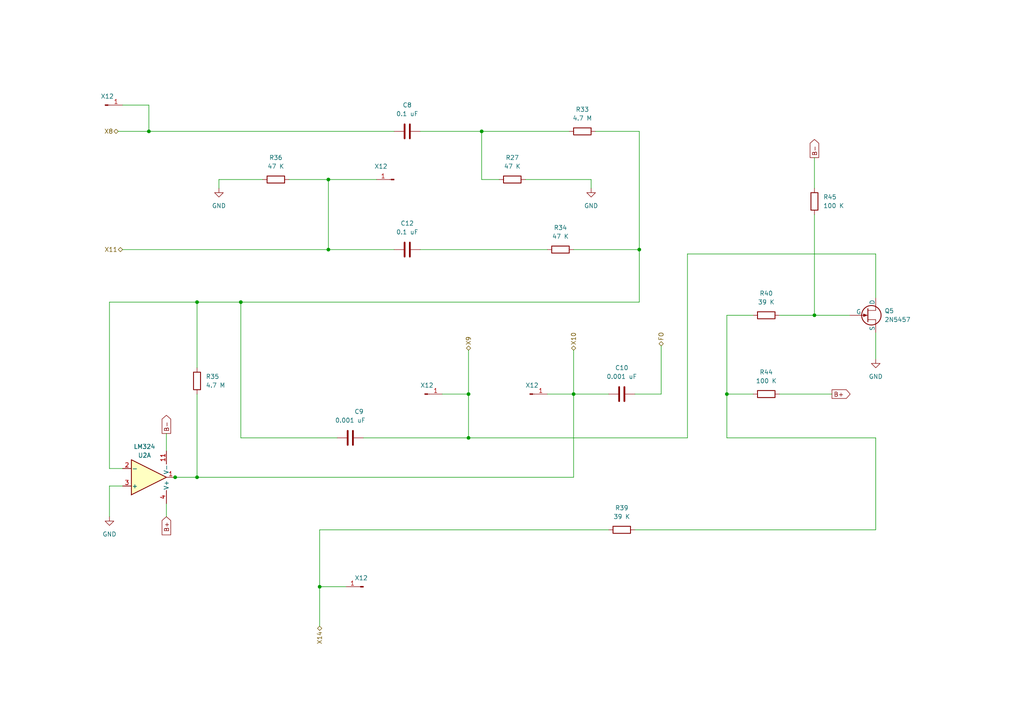
<source format=kicad_sch>
(kicad_sch (version 20230121) (generator eeschema)
  (paper "A4")
  (title_block (title "Voltage Controlled Low Pass Filter") (rev "0.5") (company "http://musicfromouterspace.com/analogsynth_new/NOISETOASTER/NOISETOASTER.php") (comment 1 "Licence: CC-BY-NC-SA") (comment 2 "Original Design by Ray Wilson") (comment 3 "Music From Outer Space LLC"))
  (lib_symbols
    (symbol "Amplifier_Operational:LM324" (pin_names (offset 0.127))
      (property "Reference" "U" (at 0 5.08 0))
      (property "Value" "LM324" (at 0 -5.08 0))
      (symbol "LM324_1_1"
        (polyline (pts (xy -5.08 5.08) (xy 5.08 0) (xy -5.08 -5.08) (xy -5.08 5.08)) (stroke (width 0.254)) (fill (type background)))
        (pin output line (at 7.62 0 180) (length 2.54) (name "~") (number "1"))
        (pin input line (at -7.62 -2.54 0) (length 2.54) (name "-") (number "2"))
        (pin input line (at -7.62 2.54 0) (length 2.54) (name "+") (number "3"))
      )
      (symbol "LM324_2_1"
        (polyline (pts (xy -5.08 5.08) (xy 5.08 0) (xy -5.08 -5.08) (xy -5.08 5.08)) (stroke (width 0.254)) (fill (type background)))
        (pin input line (at -7.62 2.54 0) (length 2.54) (name "+") (number "5"))
        (pin input line (at -7.62 -2.54 0) (length 2.54) (name "-") (number "6"))
        (pin output line (at 7.62 0 180) (length 2.54) (name "~") (number "7"))
      )
      (symbol "LM324_3_1"
        (polyline (pts (xy -5.08 5.08) (xy 5.08 0) (xy -5.08 -5.08) (xy -5.08 5.08)) (stroke (width 0.254)) (fill (type background)))
        (pin input line (at -7.62 2.54 0) (length 2.54) (name "+") (number "10"))
        (pin output line (at 7.62 0 180) (length 2.54) (name "~") (number "8"))
        (pin input line (at -7.62 -2.54 0) (length 2.54) (name "-") (number "9"))
      )
      (symbol "LM324_4_1"
        (polyline (pts (xy -5.08 5.08) (xy 5.08 0) (xy -5.08 -5.08) (xy -5.08 5.08)) (stroke (width 0.254)) (fill (type background)))
        (pin input line (at -7.62 2.54 0) (length 2.54) (name "+") (number "12"))
        (pin input line (at -7.62 -2.54 0) (length 2.54) (name "-") (number "13"))
        (pin output line (at 7.62 0 180) (length 2.54) (name "~") (number "14"))
      )
      (symbol "LM324_5_1"
        (pin power_in line (at -2.54 -7.62 90) (length 3.81) (name "V-") (number "11"))
        (pin power_in line (at -2.54 7.62 270) (length 3.81) (name "V+") (number "4"))
      )
    )
    (symbol "Connector:Conn_01x01_Pin" (pin_names (offset 1.016) hide)
      (property "Reference" "J" (at 0 2.54 0))
      (property "Value" "Conn_01x01_Pin" (at 0 -2.54 0))
      (symbol "Conn_01x01_Pin_1_1"
        (polyline (pts (xy 1.27 0) (xy 0.8636 0)) (stroke (width 0.1524)))
        (rectangle (start 0.8636 0.127) (end 0 -0.127) (stroke (width 0.1524)) (fill (type outline)))
        (pin passive line (at 5.08 0 180) (length 3.81) (name "Pin_1") (number "1"))
      )
    )
    (symbol "Device:C" (pin_numbers hide) (pin_names (offset 0.254))
      (property "Reference" "C" (at 0.635 2.54 0))
      (property "Value" "C" (at 0.635 -2.54 0))
      (symbol "C_0_1"
        (polyline (pts (xy -2.032 -0.762) (xy 2.032 -0.762)) (stroke (width 0.508)))
        (polyline (pts (xy -2.032 0.762) (xy 2.032 0.762)) (stroke (width 0.508)))
      )
      (symbol "C_1_1"
        (pin passive line (at 0 3.81 270) (length 2.794) (name "~") (number "1"))
        (pin passive line (at 0 -3.81 90) (length 2.794) (name "~") (number "2"))
      )
    )
    (symbol "Device:R" (pin_numbers hide) (pin_names (offset 0))
      (property "Reference" "R" (at 2.032 0 90))
      (property "Value" "R" (at 0 0 90))
      (symbol "R_0_1"
        (rectangle (start -1.016 -2.54) (end 1.016 2.54) (stroke (width 0.254)))
      )
      (symbol "R_1_1"
        (pin passive line (at 0 3.81 270) (length 1.27) (name "~") (number "1"))
        (pin passive line (at 0 -3.81 90) (length 1.27) (name "~") (number "2"))
      )
    )
    (symbol "Simulation_SPICE:NJFET" (pin_numbers hide) (pin_names (offset 0))
      (property "Reference" "Q" (at 5.08 1.27 0))
      (property "Value" "NJFET" (at 5.08 -1.27 0))
      (symbol "NJFET_0_1"
        (polyline (pts (xy 0.254 1.905) (xy 0.254 -1.905) (xy 0.254 -1.905)) (stroke (width 0.254)))
        (polyline (pts (xy 2.54 -2.54) (xy 2.54 -1.27) (xy 0.254 -1.27)))
        (polyline (pts (xy 2.54 2.54) (xy 2.54 1.397) (xy 0.254 1.397)))
        (polyline (pts (xy 0 0) (xy -1.016 0.381) (xy -1.016 -0.381) (xy 0 0)) (fill (type outline)))
        (circle (center 1.27 0) (radius 2.8194) (stroke (width 0.254)))
      )
      (symbol "NJFET_1_1"
        (pin passive line (at 2.54 5.08 270) (length 2.54) (name "D") (number "1"))
        (pin input line (at -5.08 0 0) (length 5.334) (name "G") (number "2"))
        (pin passive line (at 2.54 -5.08 90) (length 2.54) (name "S") (number "3"))
      )
    )
    (symbol "power:GND" (power) (pin_names (offset 0))
      (property "Value" "GND" (at 0 -3.81 0))
      (symbol "GND_0_1"
        (polyline (pts (xy 0 0) (xy 0 -1.27) (xy 1.27 -1.27) (xy 0 -2.54) (xy -1.27 -1.27) (xy 0 -1.27)))
      )
      (symbol "GND_1_1"
        (pin power_in line (at 0 0 270) (length 0) hide (name "GND") (number "1"))
      )
    )
  )
  (junction (at 185.42 72.39))
  (junction (at 95.25 72.39))
  (junction (at 139.7 38.1))
  (junction (at 135.89 127))
  (junction (at 50.8 138.43))
  (junction (at 135.89 114.3))
  (junction (at 43.18 38.1))
  (junction (at 57.15 87.63))
  (junction (at 236.22 91.44))
  (junction (at 95.25 52.07))
  (junction (at 210.82 114.3))
  (junction (at 92.71 170.18))
  (junction (at 166.37 114.3))
  (junction (at 69.85 87.63))
  (junction (at 57.15 138.43))
  (wire (pts (xy 121.92 38.1) (xy 139.7 38.1)))
  (wire (pts (xy 35.56 30.48) (xy 43.18 30.48)))
  (wire (pts (xy 57.15 87.63) (xy 69.85 87.63)))
  (wire (pts (xy 210.82 91.44) (xy 210.82 114.3)))
  (wire (pts (xy 34.29 38.1) (xy 43.18 38.1)))
  (wire (pts (xy 31.75 140.97) (xy 31.75 149.86)))
  (wire (pts (xy 92.71 153.67) (xy 176.53 153.67)))
  (wire (pts (xy 254 96.52) (xy 254 104.14)))
  (wire (pts (xy 95.25 72.39) (xy 114.3 72.39)))
  (wire (pts (xy 139.7 52.07) (xy 139.7 38.1)))
  (wire (pts (xy 63.5 52.07) (xy 76.2 52.07)))
  (wire (pts (xy 95.25 52.07) (xy 95.25 72.39)))
  (wire (pts (xy 57.15 87.63) (xy 57.15 106.68)))
  (wire (pts (xy 48.26 125.73) (xy 48.26 130.81)))
  (wire (pts (xy 166.37 114.3) (xy 166.37 138.43)))
  (wire (pts (xy 57.15 114.3) (xy 57.15 138.43)))
  (wire (pts (xy 210.82 91.44) (xy 218.44 91.44)))
  (wire (pts (xy 31.75 135.89) (xy 31.75 87.63)))
  (wire (pts (xy 254 153.67) (xy 254 127)))
  (wire (pts (xy 210.82 114.3) (xy 210.82 127)))
  (wire (pts (xy 236.22 91.44) (xy 246.38 91.44)))
  (wire (pts (xy 218.44 114.3) (xy 210.82 114.3)))
  (wire (pts (xy 139.7 38.1) (xy 165.1 38.1)))
  (wire (pts (xy 35.56 140.97) (xy 31.75 140.97)))
  (wire (pts (xy 63.5 54.61) (xy 63.5 52.07)))
  (wire (pts (xy 185.42 72.39) (xy 185.42 87.63)))
  (wire (pts (xy 236.22 45.72) (xy 236.22 54.61)))
  (wire (pts (xy 171.45 52.07) (xy 152.4 52.07)))
  (wire (pts (xy 254 73.66) (xy 254 86.36)))
  (wire (pts (xy 35.56 135.89) (xy 31.75 135.89)))
  (wire (pts (xy 226.06 114.3) (xy 241.3 114.3)))
  (wire (pts (xy 144.78 52.07) (xy 139.7 52.07)))
  (wire (pts (xy 135.89 114.3) (xy 135.89 127)))
  (wire (pts (xy 185.42 72.39) (xy 166.37 72.39)))
  (wire (pts (xy 254 73.66) (xy 199.39 73.66)))
  (wire (pts (xy 171.45 54.61) (xy 171.45 52.07)))
  (wire (pts (xy 166.37 114.3) (xy 176.53 114.3)))
  (wire (pts (xy 92.71 153.67) (xy 92.71 170.18)))
  (wire (pts (xy 69.85 87.63) (xy 185.42 87.63)))
  (wire (pts (xy 226.06 91.44) (xy 236.22 91.44)))
  (wire (pts (xy 184.15 153.67) (xy 254 153.67)))
  (wire (pts (xy 57.15 138.43) (xy 166.37 138.43)))
  (wire (pts (xy 48.26 146.05) (xy 48.26 149.86)))
  (wire (pts (xy 43.18 30.48) (xy 43.18 38.1)))
  (wire (pts (xy 83.82 52.07) (xy 95.25 52.07)))
  (wire (pts (xy 97.79 127) (xy 69.85 127)))
  (wire (pts (xy 199.39 127) (xy 135.89 127)))
  (wire (pts (xy 172.72 38.1) (xy 185.42 38.1)))
  (wire (pts (xy 49.53 138.43) (xy 50.8 138.43)))
  (wire (pts (xy 128.27 114.3) (xy 135.89 114.3)))
  (wire (pts (xy 166.37 101.6) (xy 166.37 114.3)))
  (wire (pts (xy 236.22 62.23) (xy 236.22 91.44)))
  (wire (pts (xy 199.39 73.66) (xy 199.39 127)))
  (wire (pts (xy 92.71 170.18) (xy 100.33 170.18)))
  (wire (pts (xy 121.92 72.39) (xy 158.75 72.39)))
  (wire (pts (xy 158.75 114.3) (xy 166.37 114.3)))
  (wire (pts (xy 254 127) (xy 210.82 127)))
  (wire (pts (xy 191.77 114.3) (xy 184.15 114.3)))
  (wire (pts (xy 69.85 127) (xy 69.85 87.63)))
  (wire (pts (xy 31.75 87.63) (xy 57.15 87.63)))
  (wire (pts (xy 135.89 101.6) (xy 135.89 114.3)))
  (wire (pts (xy 92.71 170.18) (xy 92.71 181.61)))
  (wire (pts (xy 105.41 127) (xy 135.89 127)))
  (wire (pts (xy 35.56 72.39) (xy 95.25 72.39)))
  (wire (pts (xy 191.77 100.33) (xy 191.77 114.3)))
  (wire (pts (xy 43.18 38.1) (xy 114.3 38.1)))
  (wire (pts (xy 185.42 38.1) (xy 185.42 72.39)))
  (wire (pts (xy 109.22 52.07) (xy 95.25 52.07)))
  (wire (pts (xy 50.8 138.43) (xy 57.15 138.43)))
  (global_label "B-" (shape output) (at 48.26 125.73 90) (property "Intersheetrefs" "${INTERSHEET_REFS}" (effects hide)))
  (global_label "B-" (shape output) (at 236.22 45.72 90) (property "Intersheetrefs" "${INTERSHEET_REFS}" (effects hide)))
  (global_label "B+" (shape output) (at 241.3 114.3 0) (property "Intersheetrefs" "${INTERSHEET_REFS}" (effects hide)))
  (global_label "B+" (shape input) (at 48.26 149.86 270) (property "Intersheetrefs" "${INTERSHEET_REFS}" (effects hide)))
  (hierarchical_label "FO" (shape bidirectional) (at 191.77 100.33 90))
  (hierarchical_label "X14" (shape bidirectional) (at 92.71 181.61 270))
  (hierarchical_label "X9" (shape bidirectional) (at 135.89 101.6 90))
  (hierarchical_label "X8" (shape bidirectional) (at 34.29 38.1 180))
  (hierarchical_label "X10" (shape bidirectional) (at 166.37 101.6 90))
  (hierarchical_label "X11" (shape bidirectional) (at 35.56 72.39 180))
  (symbol (lib_id "Device:R") (at 148.59 52.07 90) (unit 1)
    (property "Reference" "R27" (at 148.59 45.72 90))
    (property "Value" "47 K" (at 148.59 48.26 90))
  )
  (symbol (lib_id "Device:R") (at 222.25 114.3 90) (unit 1)
    (property "Reference" "R44" (at 222.25 107.95 90))
    (property "Value" "100 K" (at 222.25 110.49 90))
  )
  (symbol (lib_id "power:GND") (at 31.75 149.86 0) (unit 1)
    (property "Reference" "#PWR04" (effects hide))
    (property "Value" "GND" (at 31.75 154.94 0))
    (instances (project "Noise Toaster PCB" (path "" (reference "#PWR04") (unit 1)) (path "" (reference "#PWR09") (unit 1))))
  )
  (symbol (lib_id "Amplifier_Operational:LM324") (at 43.18 138.43 0) (mirror x) (unit 1)
    (property "Reference" "U2" (at 41.91 132.08 0))
    (property "Value" "LM324" (at 41.91 129.54 0))
    (property "Datasheet" "http://www.ti.com/lit/ds/symlink/lm2902-n.pdf" (effects hide))
  )
  (symbol (lib_id "Device:R") (at 222.25 91.44 90) (unit 1)
    (property "Reference" "R40" (at 222.25 85.09 90))
    (property "Value" "39 K" (at 222.25 87.63 90))
  )
  (symbol (lib_id "Device:R") (at 180.34 153.67 90) (unit 1)
    (property "Reference" "R39" (at 180.34 147.32 90))
    (property "Value" "39 K" (at 180.34 149.86 90))
  )
  (symbol (lib_id "Device:C") (at 180.34 114.3 90) (unit 1)
    (property "Reference" "C10" (at 180.34 106.68 90))
    (property "Value" "0.001 uF" (at 180.34 109.22 90))
  )
  (symbol (lib_id "Connector:Conn_01x01_Pin") (at 114.3 52.07 180) (unit 1)
    (property "Reference" "X12" (at 110.49 48.26 0))
    (property "Value" "Conn_01x01_Pin" (effects hide))
    (instances (project "Noise Toaster PCB" (path "" (reference "X12") (unit 1)) (path "" (reference "X11") (unit 1))))
  )
  (symbol (lib_id "Simulation_SPICE:NJFET") (at 251.46 91.44 0) (unit 1)
    (property "Reference" "Q5" (at 256.54 90.17 0) (effects (justify left)))
    (property "Value" "2N5457" (at 256.54 92.71 0) (effects (justify left)))
    (property "Sim.Device" "NJFET" (effects hide))
    (property "Sim.Type" "SHICHMANHODGES" (effects hide))
    (property "Sim.Pins" "1=D 2=G 3=S" (effects hide))
    (instances (project "Noise Toaster PCB" (path "" (reference "Q5") (unit 1)) (path "" (reference "Q8") (unit 1))))
  )
  (symbol (lib_id "Device:R") (at 57.15 110.49 180) (unit 1)
    (property "Reference" "R35" (at 59.69 109.22 0) (effects (justify right)))
    (property "Value" "4.7 M" (at 59.69 111.76 0) (effects (justify right)))
  )
  (symbol (lib_id "power:GND") (at 63.5 54.61 0) (unit 1)
    (property "Reference" "#PWR04" (effects hide))
    (property "Value" "GND" (at 63.5 59.69 0))
    (instances (project "Noise Toaster PCB" (path "" (reference "#PWR04") (unit 1)) (path "" (reference "#PWR06") (unit 1))))
  )
  (symbol (lib_id "Device:C") (at 118.11 38.1 90) (unit 1)
    (property "Reference" "C8" (at 118.11 30.48 90))
    (property "Value" "0.1 uF" (at 118.11 33.02 90))
  )
  (symbol (lib_id "Amplifier_Operational:LM324") (at 50.8 138.43 0) (mirror x) (unit 5)
    (property "Reference" "U2" (effects hide))
    (property "Value" "LM324" (effects hide))
    (property "Datasheet" "http://www.ti.com/lit/ds/symlink/lm2902-n.pdf" (effects hide))
  )
  (symbol (lib_id "Connector:Conn_01x01_Pin") (at 153.67 114.3 0) (unit 1)
    (property "Reference" "X12" (at 154.305 111.76 0))
    (property "Value" "Conn_01x01_Pin" (effects hide))
    (instances (project "Noise Toaster PCB" (path "" (reference "X12") (unit 1)) (path "" (reference "X10") (unit 1))))
  )
  (symbol (lib_id "Device:R") (at 80.01 52.07 90) (unit 1)
    (property "Reference" "R36" (at 80.01 45.72 90))
    (property "Value" "47 K" (at 80.01 48.26 90))
  )
  (symbol (lib_id "Device:R") (at 236.22 58.42 0) (unit 1)
    (property "Reference" "R45" (at 238.76 57.15 0) (effects (justify left)))
    (property "Value" "100 K" (at 238.76 59.69 0) (effects (justify left)))
  )
  (symbol (lib_id "Connector:Conn_01x01_Pin") (at 30.48 30.48 0) (unit 1)
    (property "Reference" "X12" (at 31.115 27.94 0))
    (property "Value" "Conn_01x01_Pin" (effects hide))
    (instances (project "Noise Toaster PCB" (path "" (reference "X12") (unit 1)) (path "" (reference "X8") (unit 1))))
  )
  (symbol (lib_id "power:GND") (at 254 104.14 0) (unit 1)
    (property "Reference" "#PWR04" (effects hide))
    (property "Value" "GND" (at 254 109.22 0))
    (instances (project "Noise Toaster PCB" (path "" (reference "#PWR04") (unit 1)) (path "" (reference "#PWR010") (unit 1))))
  )
  (symbol (lib_id "Device:C") (at 101.6 127 270) (unit 1)
    (property "Reference" "C9" (at 104.14 119.38 90))
    (property "Value" "0.001 uF" (at 101.6 121.92 90))
  )
  (symbol (lib_id "Device:R") (at 168.91 38.1 90) (unit 1)
    (property "Reference" "R33" (at 168.91 31.75 90))
    (property "Value" "4.7 M" (at 168.91 34.29 90))
  )
  (symbol (lib_id "Connector:Conn_01x01_Pin") (at 123.19 114.3 0) (unit 1)
    (property "Reference" "X12" (at 123.825 111.76 0))
    (property "Value" "Conn_01x01_Pin" (effects hide))
    (instances (project "Noise Toaster PCB" (path "" (reference "X12") (unit 1)) (path "" (reference "X9") (unit 1))))
  )
  (symbol (lib_id "Connector:Conn_01x01_Pin") (at 105.41 170.18 180) (unit 1)
    (property "Reference" "X12" (at 104.775 167.64 0))
    (property "Value" "Conn_01x01_Pin" (effects hide))
    (instances (project "Noise Toaster PCB" (path "" (reference "X12") (unit 1)) (path "" (reference "X14") (unit 1))))
  )
  (symbol (lib_id "Device:C") (at 118.11 72.39 90) (unit 1)
    (property "Reference" "C12" (at 118.11 64.77 90))
    (property "Value" "0.1 uF" (at 118.11 67.31 90))
  )
  (symbol (lib_id "power:GND") (at 171.45 54.61 0) (unit 1)
    (property "Reference" "#PWR04" (effects hide))
    (property "Value" "GND" (at 171.45 59.69 0))
    (instances (project "Noise Toaster PCB" (path "" (reference "#PWR04") (unit 1)) (path "" (reference "#PWR07") (unit 1))))
  )
  (symbol (lib_id "Device:R") (at 162.56 72.39 90) (unit 1)
    (property "Reference" "R34" (at 162.56 66.04 90))
    (property "Value" "47 K" (at 162.56 68.58 90))
  )
)
</source>
